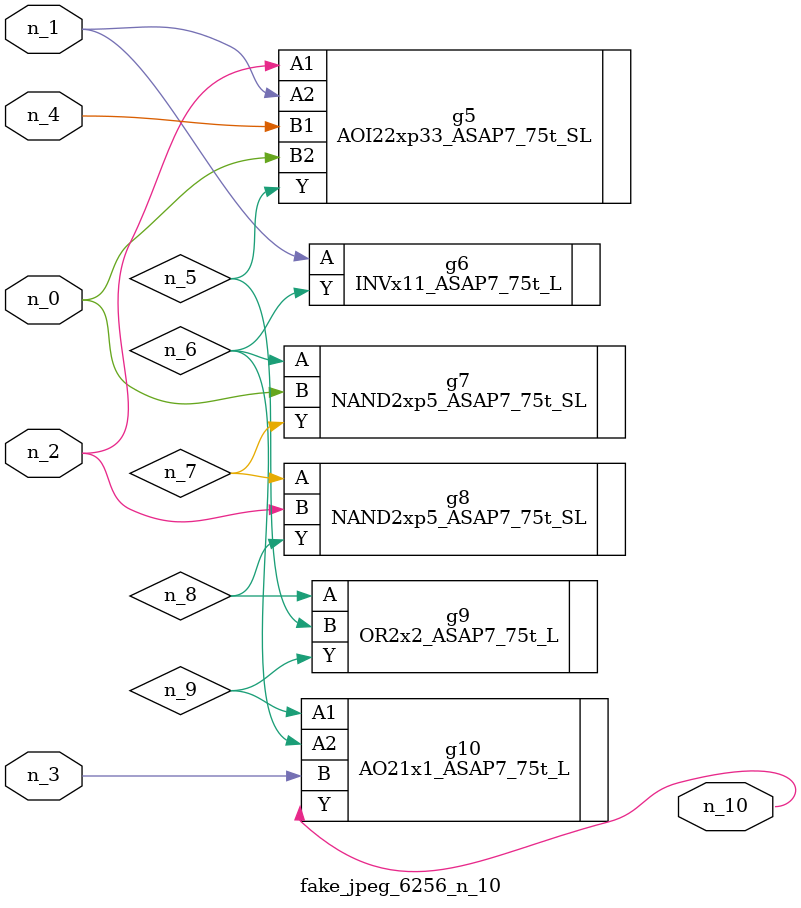
<source format=v>
module fake_jpeg_6256_n_10 (n_3, n_2, n_1, n_0, n_4, n_10);

input n_3;
input n_2;
input n_1;
input n_0;
input n_4;

output n_10;

wire n_8;
wire n_9;
wire n_6;
wire n_5;
wire n_7;

AOI22xp33_ASAP7_75t_SL g5 ( 
.A1(n_2),
.A2(n_1),
.B1(n_4),
.B2(n_0),
.Y(n_5)
);

INVx11_ASAP7_75t_L g6 ( 
.A(n_1),
.Y(n_6)
);

NAND2xp5_ASAP7_75t_SL g7 ( 
.A(n_6),
.B(n_0),
.Y(n_7)
);

NAND2xp5_ASAP7_75t_SL g8 ( 
.A(n_7),
.B(n_2),
.Y(n_8)
);

OR2x2_ASAP7_75t_L g9 ( 
.A(n_8),
.B(n_5),
.Y(n_9)
);

AO21x1_ASAP7_75t_L g10 ( 
.A1(n_9),
.A2(n_6),
.B(n_3),
.Y(n_10)
);


endmodule
</source>
